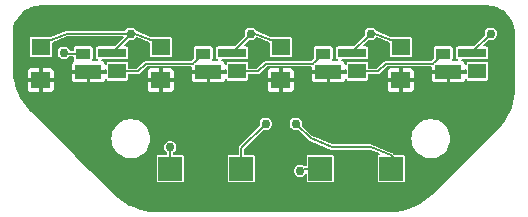
<source format=gtl>
G04 --- HEADER BEGIN --- *
G04 #@! TF.GenerationSoftware,LibrePCB,LibrePCB,1.1.0*
G04 #@! TF.CreationDate,2024-04-23T21:30:37*
G04 #@! TF.ProjectId,interfaceboard,7d1f5418-6340-4453-96b2-d8471fb3e645,version_1*
G04 #@! TF.Part,Single*
G04 #@! TF.SameCoordinates*
G04 #@! TF.FileFunction,Copper,L1,Top*
G04 #@! TF.FilePolarity,Positive*
%FSLAX66Y66*%
%MOMM*%
G01*
G75*
G04 --- HEADER END --- *
G04 --- APERTURE LIST BEGIN --- *
G04 #@! TA.AperFunction,SMDPad,CuDef*
%ADD10R,2.2X1.2*%
%ADD11R,1.5X1.3*%
%ADD12R,2.4X0.8*%
%ADD13R,1.3X0.9*%
%ADD14R,1.6X1.4*%
%ADD15R,2.0X2.0*%
G04 #@! TA.AperFunction,ViaPad*
%ADD16C,0.7564*%
G04 #@! TA.AperFunction,Conductor*
%ADD17C,0.1524*%
%ADD18C,0.01*%
G04 #@! TD*
G04 --- APERTURE LIST END --- *
G04 --- BOARD BEGIN --- *
D10*
G04 #@! TO.N,VCC*
G04 #@! TO.C,D1*
G04 #@! TO.P,D1,2,VDD*
X23080000Y51370000D03*
D11*
G04 #@! TO.N,N$2*
G04 #@! TO.P,D1,3,DOUT*
X25530000Y51420000D03*
D12*
G04 #@! TO.N,GND*
G04 #@! TO.P,D1,4,GND*
X25080000Y52970000D03*
D13*
G04 #@! TO.N,LED*
G04 #@! TO.P,D1,1,DIN*
X22630000Y52920000D03*
D10*
G04 #@! TO.N,VCC*
G04 #@! TO.C,D3*
G04 #@! TO.P,D3,2,VDD*
X43400000Y51370000D03*
D11*
G04 #@! TO.N,N$4*
G04 #@! TO.P,D3,3,DOUT*
X45850000Y51420000D03*
D12*
G04 #@! TO.N,GND*
G04 #@! TO.P,D3,4,GND*
X45400000Y52970000D03*
D13*
G04 #@! TO.N,N$3*
G04 #@! TO.P,D3,1,DIN*
X42950000Y52920000D03*
D10*
G04 #@! TO.N,VCC*
G04 #@! TO.C,D2*
G04 #@! TO.P,D2,2,VDD*
X33240000Y51370000D03*
D11*
G04 #@! TO.N,N$3*
G04 #@! TO.P,D2,3,DOUT*
X35690000Y51420000D03*
D12*
G04 #@! TO.N,GND*
G04 #@! TO.P,D2,4,GND*
X35240000Y52970000D03*
D13*
G04 #@! TO.N,N$2*
G04 #@! TO.P,D2,1,DIN*
X32790000Y52920000D03*
D14*
G04 #@! TO.N,VCC*
G04 #@! TO.C,C1*
G04 #@! TO.P,C1,A,+*
X19050000Y50670000D03*
G04 #@! TO.N,GND*
G04 #@! TO.P,C1,C,-*
X19050000Y53470000D03*
D10*
G04 #@! TO.N,VCC*
G04 #@! TO.C,D4*
G04 #@! TO.P,D4,2,VDD*
X53560000Y51370000D03*
D11*
G04 #@! TO.N,N/C*
G04 #@! TO.P,D4,3,DOUT*
X56010000Y51420000D03*
D12*
G04 #@! TO.N,GND*
G04 #@! TO.P,D4,4,GND*
X55560000Y52970000D03*
D13*
G04 #@! TO.N,N$4*
G04 #@! TO.P,D4,1,DIN*
X53110000Y52920000D03*
D15*
G04 #@! TO.N,RST*
G04 #@! TO.C,SW1*
G04 #@! TO.P,SW1,1,1*
X36020000Y43180000D03*
G04 #@! TO.N,GND*
G04 #@! TO.P,SW1,2,2*
X30020000Y43180000D03*
D14*
G04 #@! TO.N,VCC*
G04 #@! TO.C,C4*
G04 #@! TO.P,C4,A,+*
X49530000Y50670000D03*
G04 #@! TO.N,GND*
G04 #@! TO.P,C4,C,-*
X49530000Y53470000D03*
G04 #@! TO.N,VCC*
G04 #@! TO.C,C3*
G04 #@! TO.P,C3,A,+*
X39370000Y50670000D03*
G04 #@! TO.N,GND*
G04 #@! TO.P,C3,C,-*
X39370000Y53470000D03*
G04 #@! TO.N,VCC*
G04 #@! TO.C,C2*
G04 #@! TO.P,C2,A,+*
X29210000Y50670000D03*
G04 #@! TO.N,GND*
G04 #@! TO.P,C2,C,-*
X29210000Y53470000D03*
D15*
G04 #@! TO.N,BTN*
G04 #@! TO.C,SW2*
G04 #@! TO.P,SW2,1,1*
X48720000Y43180000D03*
G04 #@! TO.N,GND*
G04 #@! TO.P,SW2,2,2*
X42720000Y43180000D03*
D16*
G04 #@! TD.C*
G04 #@! TD.P*
X57150000Y54610000D03*
D17*
X57150000Y54610000D02*
X55595356Y53055356D01*
X55595356Y53055356D02*
X55560000Y52970000D01*
D16*
X26670000Y54610000D03*
D17*
X25080000Y52970000D02*
X26634644Y54524644D01*
X28813950Y53866050D02*
X29210000Y53470000D01*
X21242103Y54610000D02*
X26670000Y54610000D01*
X19050000Y53470000D02*
X19446050Y53866050D01*
X26634644Y54524644D02*
X26670000Y54610000D01*
X19446050Y53866050D02*
X21242103Y54610000D01*
X26670000Y54610000D02*
X27017897Y54610000D01*
X27017897Y54610000D02*
X28813950Y53866050D01*
G04 #@! TO.N,N$4*
X47610000Y51420000D02*
X48260000Y52070000D01*
X48260000Y52070000D02*
X52236713Y52070000D01*
X45850000Y51420000D02*
X47610000Y51420000D01*
X52388600Y52198600D02*
X53110000Y52920000D01*
X52365313Y52198600D02*
X52388600Y52198600D01*
X52236713Y52070000D02*
X52365313Y52198600D01*
G04 #@! TO.N,N$2*
X27940000Y52070000D02*
X31916713Y52070000D01*
X27290000Y51420000D02*
X27940000Y52070000D01*
X32068600Y52198600D02*
X32790000Y52920000D01*
X32045313Y52198600D02*
X32068600Y52198600D01*
X31916713Y52070000D02*
X32045313Y52198600D01*
X25530000Y51420000D02*
X27290000Y51420000D01*
D16*
G04 #@! TO.N,BTN*
X40640000Y46990000D03*
D17*
X49000000Y44000000D02*
X49000000Y43855981D01*
X47000000Y45000000D02*
X48707106Y44292894D01*
X41886050Y45743950D02*
X43682103Y45000000D01*
X49000000Y43855981D02*
X48720000Y43180000D01*
X48707106Y44292894D02*
X49000000Y44000000D01*
X43682103Y45000000D02*
X47000000Y45000000D01*
X40640000Y46990000D02*
X41886050Y45743950D01*
D16*
G04 #@! TO.N,GND*
X46990000Y54610000D03*
D17*
X46990000Y54610000D02*
X45435356Y53055356D01*
X46990000Y54610000D02*
X47337897Y54610000D01*
X47337897Y54610000D02*
X49133950Y53866050D01*
X45435356Y53055356D02*
X45400000Y52970000D01*
X49133950Y53866050D02*
X49530000Y53470000D01*
D16*
G04 #@! TO.N,LED*
X21000000Y53000000D03*
D17*
X22630000Y52920000D02*
X21080000Y52920000D01*
X21080000Y52920000D02*
X21000000Y53000000D01*
D16*
G04 #@! TO.N,VCC*
X41910000Y46990000D03*
G04 #@! TO.N,RST*
X38100000Y46990000D03*
D17*
X36020000Y44910000D02*
X36020000Y43180000D01*
X38100000Y46990000D02*
X36020000Y44910000D01*
G04 #@! TO.N,N$3*
X35690000Y51420000D02*
X37450000Y51420000D01*
X37450000Y51420000D02*
X38100000Y52070000D01*
X38100000Y52070000D02*
X42076713Y52070000D01*
X42228600Y52198600D02*
X42950000Y52920000D01*
X42076713Y52070000D02*
X42205313Y52198600D01*
X42205313Y52198600D02*
X42228600Y52198600D01*
D16*
G04 #@! TO.N,GND*
X30000000Y45000000D03*
D17*
X30000000Y43228284D02*
X30020000Y43180000D01*
X30000000Y45000000D02*
X30000000Y43228284D01*
D16*
X41000000Y43000000D03*
D17*
X41434559Y43180000D02*
X42720000Y43180000D01*
X41000000Y43000000D02*
X41434559Y43180000D01*
D16*
X36830000Y54610000D03*
D17*
X36830000Y54610000D02*
X37177897Y54610000D01*
X36794644Y54524644D02*
X35240000Y52970000D01*
X37177897Y54610000D02*
X38973950Y53866050D01*
X38973950Y53866050D02*
X39370000Y53470000D01*
X36830000Y54610000D02*
X36794644Y54524644D01*
D18*
G04 #@! TA.AperFunction,Conductor*
G04 #@! TO.N,VCC*
G36*
X16662400Y51606047D02*
X16662473Y51602723D01*
X16680846Y51181910D01*
X16681425Y51175288D01*
X16735754Y50762616D01*
X16736908Y50756069D01*
X16826998Y50349701D01*
X16828719Y50343280D01*
X16953881Y49946319D01*
X16956154Y49940073D01*
X17115445Y49555510D01*
X17118255Y49549485D01*
X17310438Y49180303D01*
X17313761Y49174546D01*
X17537411Y48823485D01*
X17541224Y48818040D01*
X17794608Y48487823D01*
X17798881Y48482731D01*
X18083454Y48172175D01*
X18085753Y48169773D01*
X18252992Y48002534D01*
X18252992Y49670000D01*
X18247046Y49670468D01*
X18163218Y49683745D01*
X18151952Y49687405D01*
X18079005Y49724574D01*
X18069425Y49731534D01*
X18011534Y49789425D01*
X18004574Y49799005D01*
X17967405Y49871952D01*
X17963745Y49883218D01*
X17950468Y49967046D01*
X17950000Y49972992D01*
X17950000Y50505960D01*
X17953099Y50514088D01*
X17964035Y50518986D01*
X17964035Y50820005D01*
X17955907Y50823104D01*
X17950000Y50836291D01*
X17950000Y51367008D01*
X17950468Y51372954D01*
X17963745Y51456782D01*
X17967405Y51468048D01*
X18004574Y51540995D01*
X18011534Y51550575D01*
X18069425Y51608466D01*
X18079005Y51615426D01*
X18151952Y51652595D01*
X18163218Y51656255D01*
X18247046Y51669532D01*
X18252992Y51670000D01*
X18885960Y51670000D01*
X18894088Y51666901D01*
X18899995Y51653714D01*
X18899995Y51370000D01*
X18250000Y51370000D01*
X18250000Y50820005D01*
X17964035Y50820005D01*
X17964035Y50518986D01*
X17966286Y50519995D01*
X18250000Y50519995D01*
X18250000Y49970000D01*
X18899995Y49970000D01*
X18899995Y49684035D01*
X18896896Y49675907D01*
X18883709Y49670000D01*
X18252992Y49670000D01*
X18252992Y48002534D01*
X19214040Y47041486D01*
X19214040Y49670000D01*
X19205912Y49673099D01*
X19200005Y49686286D01*
X19200005Y49970000D01*
X19850000Y49970000D01*
X19850000Y50519995D01*
X19850000Y50820005D01*
X19850000Y51370000D01*
X19200005Y51370000D01*
X19200005Y51655965D01*
X19203104Y51664093D01*
X19216291Y51670000D01*
X19847008Y51670000D01*
X19852954Y51669532D01*
X19936782Y51656255D01*
X19948048Y51652595D01*
X20020995Y51615426D01*
X20030575Y51608466D01*
X20088466Y51550575D01*
X20095426Y51540995D01*
X20132595Y51468048D01*
X20136255Y51456782D01*
X20149532Y51372954D01*
X20150000Y51367008D01*
X20150000Y50834040D01*
X20146901Y50825912D01*
X20133714Y50820005D01*
X19850000Y50820005D01*
X19850000Y50519995D01*
X20135965Y50519995D01*
X20144093Y50516896D01*
X20150000Y50503709D01*
X20150000Y49972992D01*
X20149532Y49967046D01*
X20136255Y49883218D01*
X20132595Y49871952D01*
X20095426Y49799005D01*
X20088466Y49789425D01*
X20030575Y49731534D01*
X20020995Y49724574D01*
X19948048Y49687405D01*
X19936782Y49683745D01*
X19852954Y49670468D01*
X19847008Y49670000D01*
X19214040Y49670000D01*
X19214040Y47041486D01*
X21982992Y44272534D01*
X21982992Y50470000D01*
X21977046Y50470468D01*
X21893218Y50483745D01*
X21881952Y50487405D01*
X21809005Y50524574D01*
X21799425Y50531534D01*
X21741534Y50589425D01*
X21734574Y50599005D01*
X21697405Y50671952D01*
X21693745Y50683218D01*
X21680468Y50767046D01*
X21680000Y50772992D01*
X21680000Y51205960D01*
X21683099Y51214088D01*
X21696286Y51219995D01*
X21980000Y51219995D01*
X21980000Y50770000D01*
X22929995Y50770000D01*
X22929995Y50484035D01*
X22926896Y50475907D01*
X22913709Y50470000D01*
X21982992Y50470000D01*
X21982992Y44272534D01*
X23244040Y43011486D01*
X23244040Y50470000D01*
X23235912Y50473099D01*
X23230005Y50486286D01*
X23230005Y50770000D01*
X24180000Y50770000D01*
X24180000Y51219995D01*
X24465965Y51219995D01*
X24474093Y51216896D01*
X24481860Y51199557D01*
X24520253Y51161165D01*
X24574460Y51158081D01*
X24616960Y51191870D01*
X24627600Y51230707D01*
X24627600Y51507422D01*
X24608256Y51558154D01*
X24560046Y51583129D01*
X24507446Y51569666D01*
X24480202Y51534570D01*
X24476901Y51525912D01*
X24463714Y51520005D01*
X24180000Y51520005D01*
X24180000Y51970000D01*
X21980000Y51970000D01*
X21980000Y51520005D01*
X21694035Y51520005D01*
X21685907Y51523104D01*
X21680000Y51536291D01*
X21680000Y51967008D01*
X21680468Y51972954D01*
X21693745Y52056782D01*
X21697405Y52068048D01*
X21734574Y52140995D01*
X21741534Y52150575D01*
X21799425Y52208466D01*
X21809008Y52215428D01*
X21856073Y52239409D01*
X21892495Y52279676D01*
X21892860Y52333970D01*
X21875361Y52361184D01*
X21868067Y52368478D01*
X21843370Y52405440D01*
X21837737Y52419038D01*
X21828330Y52466332D01*
X21827600Y52473741D01*
X21827600Y52615201D01*
X21808256Y52665933D01*
X21751401Y52691400D01*
X21463865Y52691400D01*
X21403412Y52661587D01*
X21378235Y52628775D01*
X21371228Y52621768D01*
X21269258Y52543524D01*
X21260691Y52538578D01*
X21141942Y52489391D01*
X21132378Y52486828D01*
X21004952Y52470052D01*
X20995048Y52470052D01*
X20867622Y52486828D01*
X20858058Y52489391D01*
X20739309Y52538578D01*
X20730742Y52543524D01*
X20628772Y52621768D01*
X20621768Y52628772D01*
X20543524Y52730742D01*
X20538578Y52739309D01*
X20489391Y52858058D01*
X20486828Y52867622D01*
X20470052Y52995048D01*
X20470052Y53004952D01*
X20486828Y53132378D01*
X20489391Y53141942D01*
X20538578Y53260691D01*
X20543524Y53269258D01*
X20621768Y53371228D01*
X20628772Y53378232D01*
X20730742Y53456476D01*
X20739309Y53461422D01*
X20858058Y53510609D01*
X20867622Y53513172D01*
X20995048Y53529948D01*
X21004952Y53529948D01*
X21132378Y53513172D01*
X21141942Y53510609D01*
X21260691Y53461422D01*
X21269258Y53456476D01*
X21371228Y53378232D01*
X21378232Y53371228D01*
X21456476Y53269258D01*
X21461422Y53260691D01*
X21488367Y53195639D01*
X21525653Y53156171D01*
X21558766Y53148600D01*
X21751401Y53148600D01*
X21802133Y53167944D01*
X21827600Y53224799D01*
X21827600Y53366259D01*
X21828330Y53373668D01*
X21837737Y53420962D01*
X21843370Y53434560D01*
X21868067Y53471522D01*
X21878478Y53481933D01*
X21915440Y53506630D01*
X21929038Y53512263D01*
X21976332Y53521670D01*
X21983741Y53522400D01*
X23276259Y53522400D01*
X23283668Y53521670D01*
X23330962Y53512263D01*
X23344560Y53506630D01*
X23381522Y53481933D01*
X23391933Y53471522D01*
X23416630Y53434560D01*
X23422263Y53420962D01*
X23431670Y53373668D01*
X23432400Y53366259D01*
X23432400Y52473741D01*
X23431670Y52466332D01*
X23422263Y52419038D01*
X23416632Y52405443D01*
X23405333Y52388534D01*
X23393231Y52335604D01*
X23419441Y52288054D01*
X23468690Y52270000D01*
X23848373Y52270000D01*
X23899105Y52289344D01*
X23924080Y52337554D01*
X23910617Y52390154D01*
X23863239Y52420934D01*
X23829038Y52427737D01*
X23815440Y52433370D01*
X23778478Y52458067D01*
X23768067Y52468478D01*
X23743370Y52505440D01*
X23737737Y52519038D01*
X23728330Y52566332D01*
X23727600Y52573741D01*
X23727600Y53366259D01*
X23728330Y53373668D01*
X23737737Y53420962D01*
X23743370Y53434560D01*
X23768067Y53471522D01*
X23778478Y53481933D01*
X23815440Y53506630D01*
X23829038Y53512263D01*
X23876332Y53521670D01*
X23883741Y53522400D01*
X25277548Y53522400D01*
X25331429Y53544718D01*
X26038031Y54251320D01*
X26060226Y54300872D01*
X26043796Y54352621D01*
X25984150Y54381400D01*
X21302731Y54381400D01*
X21273571Y54375600D01*
X20049439Y53868548D01*
X20009971Y53831262D01*
X20002400Y53798149D01*
X20002400Y52773741D01*
X20001670Y52766332D01*
X19992263Y52719038D01*
X19986630Y52705440D01*
X19961933Y52668478D01*
X19951522Y52658067D01*
X19914560Y52633370D01*
X19900962Y52627737D01*
X19853668Y52618330D01*
X19846259Y52617600D01*
X18253741Y52617600D01*
X18246332Y52618330D01*
X18199038Y52627737D01*
X18185440Y52633370D01*
X18148478Y52658067D01*
X18138067Y52668478D01*
X18113370Y52705440D01*
X18107737Y52719038D01*
X18098330Y52766332D01*
X18097600Y52773741D01*
X18097600Y54166259D01*
X18098330Y54173668D01*
X18107737Y54220962D01*
X18113370Y54234560D01*
X18138067Y54271522D01*
X18148478Y54281933D01*
X18185440Y54306630D01*
X18199038Y54312263D01*
X18246332Y54321670D01*
X18253741Y54322400D01*
X19846259Y54322400D01*
X19853671Y54321670D01*
X19895168Y54313416D01*
X19939193Y54317752D01*
X21147684Y54818325D01*
X21150168Y54818819D01*
X21159569Y54822183D01*
X21238434Y54837870D01*
X21245844Y54838600D01*
X26146057Y54838600D01*
X26210117Y54875584D01*
X26210487Y54875300D01*
X26211173Y54876194D01*
X26212046Y54876698D01*
X26213524Y54879258D01*
X26291768Y54981228D01*
X26298772Y54988232D01*
X26400742Y55066476D01*
X26409309Y55071422D01*
X26528058Y55120609D01*
X26537622Y55123172D01*
X26665048Y55139948D01*
X26674952Y55139948D01*
X26802378Y55123172D01*
X26811942Y55120609D01*
X26930691Y55071422D01*
X26939258Y55066476D01*
X27041228Y54988232D01*
X27048232Y54981228D01*
X27126476Y54879258D01*
X27131422Y54870691D01*
X27149484Y54827086D01*
X27190723Y54785847D01*
X28320807Y54317752D01*
X28364832Y54313416D01*
X28406329Y54321670D01*
X28413741Y54322400D01*
X30006259Y54322400D01*
X30013668Y54321670D01*
X30060962Y54312263D01*
X30074560Y54306630D01*
X30111522Y54281933D01*
X30121933Y54271522D01*
X30146630Y54234560D01*
X30152263Y54220962D01*
X30161670Y54173668D01*
X30162400Y54166259D01*
X30162400Y52773741D01*
X30161670Y52766332D01*
X30152263Y52719038D01*
X30146630Y52705440D01*
X30121933Y52668478D01*
X30111522Y52658067D01*
X30074560Y52633370D01*
X30060962Y52627737D01*
X30013668Y52618330D01*
X30006259Y52617600D01*
X28413741Y52617600D01*
X28406332Y52618330D01*
X28359038Y52627737D01*
X28345440Y52633370D01*
X28308478Y52658067D01*
X28298067Y52668478D01*
X28273370Y52705440D01*
X28267737Y52719038D01*
X28258330Y52766332D01*
X28257600Y52773741D01*
X28257600Y53798148D01*
X28238256Y53848880D01*
X28210561Y53868547D01*
X27167015Y54300799D01*
X27112742Y54302342D01*
X27077402Y54276787D01*
X27048232Y54238772D01*
X27041228Y54231768D01*
X26939258Y54153524D01*
X26930691Y54148578D01*
X26811942Y54099391D01*
X26802378Y54096828D01*
X26674952Y54080052D01*
X26665048Y54080052D01*
X26568246Y54092796D01*
X26504419Y54071130D01*
X26085769Y53652480D01*
X26063574Y53602928D01*
X26080004Y53551179D01*
X26139650Y53522400D01*
X26276259Y53522400D01*
X26283668Y53521670D01*
X26330962Y53512263D01*
X26344560Y53506630D01*
X26381522Y53481933D01*
X26391933Y53471522D01*
X26416630Y53434560D01*
X26422263Y53420962D01*
X26431670Y53373668D01*
X26432400Y53366259D01*
X26432400Y52573741D01*
X26431670Y52566332D01*
X26422263Y52519038D01*
X26416630Y52505440D01*
X26391933Y52468478D01*
X26381522Y52458067D01*
X26344560Y52433370D01*
X26330962Y52427737D01*
X26283668Y52418330D01*
X26276259Y52417600D01*
X24216291Y52417600D01*
X24165559Y52398256D01*
X24140584Y52350046D01*
X24154047Y52297446D01*
X24204371Y52266140D01*
X24266782Y52256255D01*
X24278048Y52252595D01*
X24350995Y52215426D01*
X24360575Y52208466D01*
X24418466Y52150575D01*
X24425426Y52140995D01*
X24462595Y52068048D01*
X24466255Y52056782D01*
X24476140Y51994371D01*
X24503182Y51947289D01*
X24554706Y51930164D01*
X24604551Y51951690D01*
X24627600Y52006291D01*
X24627600Y52066259D01*
X24628330Y52073668D01*
X24637737Y52120962D01*
X24643370Y52134560D01*
X24668067Y52171522D01*
X24678478Y52181933D01*
X24715440Y52206630D01*
X24729038Y52212263D01*
X24776332Y52221670D01*
X24783741Y52222400D01*
X26276259Y52222400D01*
X26283668Y52221670D01*
X26330962Y52212263D01*
X26344560Y52206630D01*
X26381522Y52181933D01*
X26391933Y52171522D01*
X26416630Y52134560D01*
X26422263Y52120962D01*
X26431670Y52073668D01*
X26432400Y52066259D01*
X26432400Y51724799D01*
X26451744Y51674067D01*
X26508599Y51648600D01*
X27163748Y51648600D01*
X27217629Y51670918D01*
X27776055Y52229344D01*
X27779422Y52230629D01*
X27784616Y52235828D01*
X27846277Y52277028D01*
X27859880Y52282663D01*
X27922598Y52295139D01*
X27936329Y52297870D01*
X27943741Y52298600D01*
X31790461Y52298600D01*
X31844342Y52320918D01*
X31881368Y52357944D01*
X31884735Y52359229D01*
X31889929Y52364428D01*
X31947604Y52402965D01*
X31959152Y52412441D01*
X31965282Y52418571D01*
X31987600Y52472452D01*
X31987600Y53366259D01*
X31988330Y53373668D01*
X31997737Y53420962D01*
X32003370Y53434560D01*
X32028067Y53471522D01*
X32038478Y53481933D01*
X32075440Y53506630D01*
X32089038Y53512263D01*
X32136332Y53521670D01*
X32143741Y53522400D01*
X33436259Y53522400D01*
X33443668Y53521670D01*
X33490962Y53512263D01*
X33504560Y53506630D01*
X33541522Y53481933D01*
X33551933Y53471522D01*
X33576630Y53434560D01*
X33582263Y53420962D01*
X33591670Y53373668D01*
X33592400Y53366259D01*
X33592400Y52473741D01*
X33591670Y52466332D01*
X33582263Y52419038D01*
X33576632Y52405443D01*
X33565333Y52388534D01*
X33553231Y52335604D01*
X33579441Y52288054D01*
X33628690Y52270000D01*
X34008373Y52270000D01*
X34059105Y52289344D01*
X34084080Y52337554D01*
X34070617Y52390154D01*
X34023239Y52420934D01*
X33989038Y52427737D01*
X33975440Y52433370D01*
X33938478Y52458067D01*
X33928067Y52468478D01*
X33903370Y52505440D01*
X33897737Y52519038D01*
X33888330Y52566332D01*
X33887600Y52573741D01*
X33887600Y53366259D01*
X33888330Y53373668D01*
X33897737Y53420962D01*
X33903370Y53434560D01*
X33928067Y53471522D01*
X33938478Y53481933D01*
X33975440Y53506630D01*
X33989038Y53512263D01*
X34036332Y53521670D01*
X34043741Y53522400D01*
X35437548Y53522400D01*
X35491429Y53544718D01*
X36311324Y54364613D01*
X36333519Y54414165D01*
X36327842Y54447653D01*
X36319391Y54468055D01*
X36316828Y54477622D01*
X36300052Y54605048D01*
X36300052Y54614952D01*
X36316828Y54742378D01*
X36319391Y54751942D01*
X36368578Y54870691D01*
X36373524Y54879258D01*
X36451768Y54981228D01*
X36458772Y54988232D01*
X36560742Y55066476D01*
X36569309Y55071422D01*
X36688058Y55120609D01*
X36697622Y55123172D01*
X36825048Y55139948D01*
X36834952Y55139948D01*
X36962378Y55123172D01*
X36971942Y55120609D01*
X37090691Y55071422D01*
X37099258Y55066476D01*
X37201228Y54988232D01*
X37208232Y54981228D01*
X37286476Y54879258D01*
X37291422Y54870691D01*
X37309484Y54827086D01*
X37350723Y54785847D01*
X38480807Y54317752D01*
X38524832Y54313416D01*
X38566329Y54321670D01*
X38573741Y54322400D01*
X40166259Y54322400D01*
X40173668Y54321670D01*
X40220962Y54312263D01*
X40234560Y54306630D01*
X40271522Y54281933D01*
X40281933Y54271522D01*
X40306630Y54234560D01*
X40312263Y54220962D01*
X40321670Y54173668D01*
X40322400Y54166259D01*
X40322400Y52773741D01*
X40321670Y52766332D01*
X40312263Y52719038D01*
X40306630Y52705440D01*
X40281933Y52668478D01*
X40271522Y52658067D01*
X40234560Y52633370D01*
X40220962Y52627737D01*
X40173668Y52618330D01*
X40166259Y52617600D01*
X38573741Y52617600D01*
X38566332Y52618330D01*
X38519038Y52627737D01*
X38505440Y52633370D01*
X38468478Y52658067D01*
X38458067Y52668478D01*
X38433370Y52705440D01*
X38427737Y52719038D01*
X38418330Y52766332D01*
X38417600Y52773741D01*
X38417600Y53798148D01*
X38398256Y53848880D01*
X38370561Y53868547D01*
X37327015Y54300799D01*
X37272742Y54302342D01*
X37237402Y54276787D01*
X37208232Y54238772D01*
X37201228Y54231768D01*
X37099258Y54153524D01*
X37090691Y54148578D01*
X36971942Y54099391D01*
X36962378Y54096828D01*
X36834952Y54080052D01*
X36825048Y54080052D01*
X36728246Y54092796D01*
X36664419Y54071130D01*
X36245769Y53652480D01*
X36223574Y53602928D01*
X36240004Y53551179D01*
X36299650Y53522400D01*
X36436259Y53522400D01*
X36443668Y53521670D01*
X36490962Y53512263D01*
X36504560Y53506630D01*
X36541522Y53481933D01*
X36551933Y53471522D01*
X36576630Y53434560D01*
X36582263Y53420962D01*
X36591670Y53373668D01*
X36592400Y53366259D01*
X36592400Y52573741D01*
X36591670Y52566332D01*
X36582263Y52519038D01*
X36576630Y52505440D01*
X36551933Y52468478D01*
X36541522Y52458067D01*
X36504560Y52433370D01*
X36490962Y52427737D01*
X36443668Y52418330D01*
X36436259Y52417600D01*
X34376291Y52417600D01*
X34325559Y52398256D01*
X34300584Y52350046D01*
X34314047Y52297446D01*
X34364371Y52266140D01*
X34426782Y52256255D01*
X34438048Y52252595D01*
X34510995Y52215426D01*
X34520575Y52208466D01*
X34578466Y52150575D01*
X34585426Y52140995D01*
X34622595Y52068048D01*
X34626255Y52056782D01*
X34636140Y51994371D01*
X34663182Y51947289D01*
X34714706Y51930164D01*
X34764551Y51951690D01*
X34787600Y52006291D01*
X34787600Y52066259D01*
X34788330Y52073668D01*
X34797737Y52120962D01*
X34803370Y52134560D01*
X34828067Y52171522D01*
X34838478Y52181933D01*
X34875440Y52206630D01*
X34889038Y52212263D01*
X34936332Y52221670D01*
X34943741Y52222400D01*
X36436259Y52222400D01*
X36443668Y52221670D01*
X36490962Y52212263D01*
X36504560Y52206630D01*
X36541522Y52181933D01*
X36551933Y52171522D01*
X36576630Y52134560D01*
X36582263Y52120962D01*
X36591670Y52073668D01*
X36592400Y52066259D01*
X36592400Y51724799D01*
X36611744Y51674067D01*
X36668599Y51648600D01*
X37323748Y51648600D01*
X37377629Y51670918D01*
X37936055Y52229344D01*
X37939422Y52230629D01*
X37944616Y52235828D01*
X38006277Y52277028D01*
X38019880Y52282663D01*
X38096331Y52297870D01*
X38103741Y52298600D01*
X41950461Y52298600D01*
X42004342Y52320918D01*
X42041368Y52357944D01*
X42044735Y52359229D01*
X42049929Y52364428D01*
X42107604Y52402965D01*
X42119152Y52412441D01*
X42125282Y52418571D01*
X42147600Y52472452D01*
X42147600Y53366259D01*
X42148330Y53373668D01*
X42157737Y53420962D01*
X42163370Y53434560D01*
X42188067Y53471522D01*
X42198478Y53481933D01*
X42235440Y53506630D01*
X42249038Y53512263D01*
X42296332Y53521670D01*
X42303741Y53522400D01*
X43596259Y53522400D01*
X43603668Y53521670D01*
X43650962Y53512263D01*
X43664560Y53506630D01*
X43701522Y53481933D01*
X43711933Y53471522D01*
X43736630Y53434560D01*
X43742263Y53420962D01*
X43751670Y53373668D01*
X43752400Y53366259D01*
X43752400Y52473741D01*
X43751670Y52466332D01*
X43742263Y52419038D01*
X43736632Y52405443D01*
X43725333Y52388534D01*
X43713231Y52335604D01*
X43739441Y52288054D01*
X43788690Y52270000D01*
X44168373Y52270000D01*
X44219105Y52289344D01*
X44244080Y52337554D01*
X44230617Y52390154D01*
X44183239Y52420934D01*
X44149038Y52427737D01*
X44135440Y52433370D01*
X44098478Y52458067D01*
X44088067Y52468478D01*
X44063370Y52505440D01*
X44057737Y52519038D01*
X44048330Y52566332D01*
X44047600Y52573741D01*
X44047600Y53366259D01*
X44048330Y53373668D01*
X44057737Y53420962D01*
X44063370Y53434560D01*
X44088067Y53471522D01*
X44098478Y53481933D01*
X44135440Y53506630D01*
X44149038Y53512263D01*
X44196332Y53521670D01*
X44203741Y53522400D01*
X45547548Y53522400D01*
X45601429Y53544718D01*
X46457873Y54401162D01*
X46477014Y54472610D01*
X46477480Y54472671D01*
X46477332Y54473796D01*
X46477593Y54474770D01*
X46476828Y54477625D01*
X46460052Y54605048D01*
X46460052Y54614952D01*
X46476828Y54742378D01*
X46479391Y54751942D01*
X46528578Y54870691D01*
X46533524Y54879258D01*
X46611768Y54981228D01*
X46618772Y54988232D01*
X46720742Y55066476D01*
X46729309Y55071422D01*
X46848058Y55120609D01*
X46857622Y55123172D01*
X46985048Y55139948D01*
X46994952Y55139948D01*
X47122378Y55123172D01*
X47131942Y55120609D01*
X47250691Y55071422D01*
X47259258Y55066476D01*
X47361228Y54988232D01*
X47368232Y54981228D01*
X47446476Y54879258D01*
X47451422Y54870691D01*
X47469484Y54827086D01*
X47510723Y54785847D01*
X48640807Y54317752D01*
X48684832Y54313416D01*
X48726329Y54321670D01*
X48733741Y54322400D01*
X50326259Y54322400D01*
X50333668Y54321670D01*
X50380962Y54312263D01*
X50394560Y54306630D01*
X50431522Y54281933D01*
X50441933Y54271522D01*
X50466630Y54234560D01*
X50472263Y54220962D01*
X50481670Y54173668D01*
X50482400Y54166259D01*
X50482400Y52773741D01*
X50481670Y52766332D01*
X50472263Y52719038D01*
X50466630Y52705440D01*
X50441933Y52668478D01*
X50431522Y52658067D01*
X50394560Y52633370D01*
X50380962Y52627737D01*
X50333668Y52618330D01*
X50326259Y52617600D01*
X48733741Y52617600D01*
X48726332Y52618330D01*
X48679038Y52627737D01*
X48665440Y52633370D01*
X48628478Y52658067D01*
X48618067Y52668478D01*
X48593370Y52705440D01*
X48587737Y52719038D01*
X48578330Y52766332D01*
X48577600Y52773741D01*
X48577600Y53798148D01*
X48558256Y53848880D01*
X48530561Y53868547D01*
X47487015Y54300799D01*
X47432742Y54302342D01*
X47397402Y54276787D01*
X47368232Y54238772D01*
X47361228Y54231768D01*
X47259258Y54153524D01*
X47250691Y54148578D01*
X47131942Y54099391D01*
X47122378Y54096828D01*
X46994952Y54080052D01*
X46985048Y54080052D01*
X46857625Y54096828D01*
X46854770Y54097593D01*
X46853796Y54097332D01*
X46852671Y54097480D01*
X46852610Y54097014D01*
X46781162Y54077873D01*
X46355769Y53652480D01*
X46333574Y53602928D01*
X46350004Y53551179D01*
X46409650Y53522400D01*
X46596259Y53522400D01*
X46603668Y53521670D01*
X46650962Y53512263D01*
X46664560Y53506630D01*
X46701522Y53481933D01*
X46711933Y53471522D01*
X46736630Y53434560D01*
X46742263Y53420962D01*
X46751670Y53373668D01*
X46752400Y53366259D01*
X46752400Y52573741D01*
X46751670Y52566332D01*
X46742263Y52519038D01*
X46736630Y52505440D01*
X46711933Y52468478D01*
X46701522Y52458067D01*
X46664560Y52433370D01*
X46650962Y52427737D01*
X46603668Y52418330D01*
X46596259Y52417600D01*
X44536291Y52417600D01*
X44485559Y52398256D01*
X44460584Y52350046D01*
X44474047Y52297446D01*
X44524371Y52266140D01*
X44586782Y52256255D01*
X44598048Y52252595D01*
X44670995Y52215426D01*
X44680575Y52208466D01*
X44738466Y52150575D01*
X44745426Y52140995D01*
X44782595Y52068048D01*
X44786255Y52056782D01*
X44796140Y51994371D01*
X44823182Y51947289D01*
X44874706Y51930164D01*
X44924551Y51951690D01*
X44947600Y52006291D01*
X44947600Y52066259D01*
X44948330Y52073668D01*
X44957737Y52120962D01*
X44963370Y52134560D01*
X44988067Y52171522D01*
X44998478Y52181933D01*
X45035440Y52206630D01*
X45049038Y52212263D01*
X45096332Y52221670D01*
X45103741Y52222400D01*
X46596259Y52222400D01*
X46603668Y52221670D01*
X46650962Y52212263D01*
X46664560Y52206630D01*
X46701522Y52181933D01*
X46711933Y52171522D01*
X46736630Y52134560D01*
X46742263Y52120962D01*
X46751670Y52073668D01*
X46752400Y52066259D01*
X46752400Y51724799D01*
X46771744Y51674067D01*
X46828599Y51648600D01*
X47483748Y51648600D01*
X47537629Y51670918D01*
X48096055Y52229344D01*
X48099422Y52230629D01*
X48104616Y52235828D01*
X48166277Y52277028D01*
X48179880Y52282663D01*
X48242598Y52295139D01*
X48256329Y52297870D01*
X48263741Y52298600D01*
X52110461Y52298600D01*
X52164342Y52320918D01*
X52201368Y52357944D01*
X52204735Y52359229D01*
X52209929Y52364428D01*
X52267604Y52402965D01*
X52279152Y52412441D01*
X52285282Y52418571D01*
X52307600Y52472452D01*
X52307600Y53366259D01*
X52308330Y53373668D01*
X52317737Y53420962D01*
X52323370Y53434560D01*
X52348067Y53471522D01*
X52358478Y53481933D01*
X52395440Y53506630D01*
X52409038Y53512263D01*
X52456332Y53521670D01*
X52463741Y53522400D01*
X53756259Y53522400D01*
X53763668Y53521670D01*
X53810962Y53512263D01*
X53824560Y53506630D01*
X53861522Y53481933D01*
X53871933Y53471522D01*
X53896630Y53434560D01*
X53902263Y53420962D01*
X53911670Y53373668D01*
X53912400Y53366259D01*
X53912400Y52473741D01*
X53911670Y52466332D01*
X53902263Y52419038D01*
X53896632Y52405443D01*
X53885333Y52388534D01*
X53873231Y52335604D01*
X53899441Y52288054D01*
X53948690Y52270000D01*
X54328373Y52270000D01*
X54379105Y52289344D01*
X54404080Y52337554D01*
X54390617Y52390154D01*
X54343239Y52420934D01*
X54309038Y52427737D01*
X54295440Y52433370D01*
X54258478Y52458067D01*
X54248067Y52468478D01*
X54223370Y52505440D01*
X54217737Y52519038D01*
X54208330Y52566332D01*
X54207600Y52573741D01*
X54207600Y53366259D01*
X54208330Y53373668D01*
X54217737Y53420962D01*
X54223370Y53434560D01*
X54248067Y53471522D01*
X54258478Y53481933D01*
X54295440Y53506630D01*
X54309038Y53512263D01*
X54356332Y53521670D01*
X54363741Y53522400D01*
X55707548Y53522400D01*
X55761429Y53544718D01*
X56617873Y54401162D01*
X56637014Y54472610D01*
X56637480Y54472671D01*
X56637332Y54473796D01*
X56637593Y54474770D01*
X56636828Y54477625D01*
X56620052Y54605048D01*
X56620052Y54614952D01*
X56636828Y54742378D01*
X56639391Y54751942D01*
X56688578Y54870691D01*
X56693524Y54879258D01*
X56771768Y54981228D01*
X56778772Y54988232D01*
X56880742Y55066476D01*
X56889309Y55071422D01*
X57008058Y55120609D01*
X57017622Y55123172D01*
X57145048Y55139948D01*
X57154952Y55139948D01*
X57282378Y55123172D01*
X57291942Y55120609D01*
X57410691Y55071422D01*
X57419258Y55066476D01*
X57521228Y54988232D01*
X57528232Y54981228D01*
X57606476Y54879258D01*
X57611422Y54870691D01*
X57660609Y54751942D01*
X57663172Y54742378D01*
X57679948Y54614952D01*
X57679948Y54605048D01*
X57663172Y54477622D01*
X57660609Y54468058D01*
X57611422Y54349309D01*
X57606476Y54340742D01*
X57528232Y54238772D01*
X57521228Y54231768D01*
X57419258Y54153524D01*
X57410691Y54148578D01*
X57291942Y54099391D01*
X57282378Y54096828D01*
X57154952Y54080052D01*
X57145048Y54080052D01*
X57017625Y54096828D01*
X57014770Y54097593D01*
X57013796Y54097332D01*
X57012671Y54097480D01*
X57012610Y54097014D01*
X56941162Y54077873D01*
X56515769Y53652480D01*
X56493574Y53602928D01*
X56510004Y53551179D01*
X56569650Y53522400D01*
X56756259Y53522400D01*
X56763668Y53521670D01*
X56810962Y53512263D01*
X56824560Y53506630D01*
X56861522Y53481933D01*
X56871933Y53471522D01*
X56896630Y53434560D01*
X56902263Y53420962D01*
X56911670Y53373668D01*
X56912400Y53366259D01*
X56912400Y52573741D01*
X56911670Y52566332D01*
X56902263Y52519038D01*
X56896630Y52505440D01*
X56871933Y52468478D01*
X56861522Y52458067D01*
X56824560Y52433370D01*
X56810962Y52427737D01*
X56763668Y52418330D01*
X56756259Y52417600D01*
X54696291Y52417600D01*
X54645559Y52398256D01*
X54620584Y52350046D01*
X54634047Y52297446D01*
X54684371Y52266140D01*
X54746782Y52256255D01*
X54758048Y52252595D01*
X54830995Y52215426D01*
X54840575Y52208466D01*
X54898466Y52150575D01*
X54905426Y52140995D01*
X54942595Y52068048D01*
X54946255Y52056782D01*
X54956140Y51994371D01*
X54983182Y51947289D01*
X55034706Y51930164D01*
X55084551Y51951690D01*
X55107600Y52006291D01*
X55107600Y52066259D01*
X55108330Y52073668D01*
X55117737Y52120962D01*
X55123370Y52134560D01*
X55148067Y52171522D01*
X55158478Y52181933D01*
X55195440Y52206630D01*
X55209038Y52212263D01*
X55256332Y52221670D01*
X55263741Y52222400D01*
X56756259Y52222400D01*
X56763668Y52221670D01*
X56810962Y52212263D01*
X56824560Y52206630D01*
X56861522Y52181933D01*
X56871933Y52171522D01*
X56896630Y52134560D01*
X56902263Y52120962D01*
X56911670Y52073668D01*
X56912400Y52066259D01*
X56912400Y50773741D01*
X56911670Y50766332D01*
X56902263Y50719038D01*
X56896630Y50705440D01*
X56871933Y50668478D01*
X56861522Y50658067D01*
X56824560Y50633370D01*
X56810962Y50627737D01*
X56763668Y50618330D01*
X56756259Y50617600D01*
X55263741Y50617600D01*
X55256332Y50618330D01*
X55209038Y50627737D01*
X55195440Y50633370D01*
X55158478Y50658067D01*
X55148067Y50668478D01*
X55123370Y50705440D01*
X55117737Y50719038D01*
X55108674Y50764600D01*
X55079804Y50810584D01*
X55027648Y50825673D01*
X54978686Y50802206D01*
X54958678Y50761654D01*
X54946255Y50683218D01*
X54942595Y50671952D01*
X54905426Y50599005D01*
X54898466Y50589425D01*
X54840575Y50531534D01*
X54830995Y50524574D01*
X54758048Y50487405D01*
X54746782Y50483745D01*
X54662954Y50470468D01*
X54657008Y50470000D01*
X53724040Y50470000D01*
X53715912Y50473099D01*
X53710005Y50486286D01*
X53710005Y50770000D01*
X54660000Y50770000D01*
X54660000Y51219995D01*
X54945965Y51219995D01*
X54954093Y51216896D01*
X54961860Y51199557D01*
X55000253Y51161165D01*
X55054460Y51158081D01*
X55096960Y51191870D01*
X55107600Y51230707D01*
X55107600Y51507422D01*
X55088256Y51558154D01*
X55040046Y51583129D01*
X54987446Y51569666D01*
X54960202Y51534570D01*
X54956901Y51525912D01*
X54943714Y51520005D01*
X54660000Y51520005D01*
X54660000Y51970000D01*
X52460000Y51970000D01*
X52460000Y51520005D01*
X52174035Y51520005D01*
X52165907Y51523104D01*
X52160000Y51536291D01*
X52160000Y51765201D01*
X52140656Y51815933D01*
X52083801Y51841400D01*
X48386252Y51841400D01*
X48332371Y51819082D01*
X47772141Y51258852D01*
X47766684Y51256573D01*
X47763393Y51252841D01*
X47703723Y51212972D01*
X47690120Y51207337D01*
X47613669Y51192130D01*
X47606259Y51191400D01*
X46828599Y51191400D01*
X46777867Y51172056D01*
X46752400Y51115201D01*
X46752400Y50773741D01*
X46751670Y50766332D01*
X46742263Y50719038D01*
X46736630Y50705440D01*
X46711933Y50668478D01*
X46701522Y50658067D01*
X46664560Y50633370D01*
X46650962Y50627737D01*
X46603668Y50618330D01*
X46596259Y50617600D01*
X45103741Y50617600D01*
X45096332Y50618330D01*
X45049038Y50627737D01*
X45035440Y50633370D01*
X44998478Y50658067D01*
X44988067Y50668478D01*
X44963370Y50705440D01*
X44957737Y50719038D01*
X44948674Y50764600D01*
X44919804Y50810584D01*
X44867648Y50825673D01*
X44818686Y50802206D01*
X44798678Y50761654D01*
X44786255Y50683218D01*
X44782595Y50671952D01*
X44745426Y50599005D01*
X44738466Y50589425D01*
X44680575Y50531534D01*
X44670995Y50524574D01*
X44598048Y50487405D01*
X44586782Y50483745D01*
X44502954Y50470468D01*
X44497008Y50470000D01*
X43564040Y50470000D01*
X43555912Y50473099D01*
X43550005Y50486286D01*
X43550005Y50770000D01*
X44500000Y50770000D01*
X44500000Y51219995D01*
X44785965Y51219995D01*
X44794093Y51216896D01*
X44801860Y51199557D01*
X44840253Y51161165D01*
X44894460Y51158081D01*
X44936960Y51191870D01*
X44947600Y51230707D01*
X44947600Y51507422D01*
X44928256Y51558154D01*
X44880046Y51583129D01*
X44827446Y51569666D01*
X44800202Y51534570D01*
X44796901Y51525912D01*
X44783714Y51520005D01*
X44500000Y51520005D01*
X44500000Y51970000D01*
X42300000Y51970000D01*
X42300000Y51520005D01*
X42014035Y51520005D01*
X42005907Y51523104D01*
X42000000Y51536291D01*
X42000000Y51765201D01*
X41980656Y51815933D01*
X41923801Y51841400D01*
X38226252Y51841400D01*
X38172371Y51819082D01*
X37612141Y51258852D01*
X37606684Y51256573D01*
X37603393Y51252841D01*
X37543723Y51212972D01*
X37530120Y51207337D01*
X37453669Y51192130D01*
X37446259Y51191400D01*
X36668599Y51191400D01*
X36617867Y51172056D01*
X36592400Y51115201D01*
X36592400Y50773741D01*
X36591670Y50766332D01*
X36582263Y50719038D01*
X36576630Y50705440D01*
X36551933Y50668478D01*
X36541522Y50658067D01*
X36504560Y50633370D01*
X36490962Y50627737D01*
X36443668Y50618330D01*
X36436259Y50617600D01*
X34943741Y50617600D01*
X34936332Y50618330D01*
X34889038Y50627737D01*
X34875440Y50633370D01*
X34838478Y50658067D01*
X34828067Y50668478D01*
X34803370Y50705440D01*
X34797737Y50719038D01*
X34788674Y50764600D01*
X34759804Y50810584D01*
X34707648Y50825673D01*
X34658686Y50802206D01*
X34638678Y50761654D01*
X34626255Y50683218D01*
X34622595Y50671952D01*
X34585426Y50599005D01*
X34578466Y50589425D01*
X34520575Y50531534D01*
X34510995Y50524574D01*
X34438048Y50487405D01*
X34426782Y50483745D01*
X34342954Y50470468D01*
X34337008Y50470000D01*
X33404040Y50470000D01*
X33395912Y50473099D01*
X33390005Y50486286D01*
X33390005Y50770000D01*
X34340000Y50770000D01*
X34340000Y51219995D01*
X34625965Y51219995D01*
X34634093Y51216896D01*
X34641860Y51199557D01*
X34680253Y51161165D01*
X34734460Y51158081D01*
X34776960Y51191870D01*
X34787600Y51230707D01*
X34787600Y51507422D01*
X34768256Y51558154D01*
X34720046Y51583129D01*
X34667446Y51569666D01*
X34640202Y51534570D01*
X34636901Y51525912D01*
X34623714Y51520005D01*
X34340000Y51520005D01*
X34340000Y51970000D01*
X32140000Y51970000D01*
X32140000Y51520005D01*
X31854035Y51520005D01*
X31845907Y51523104D01*
X31840000Y51536291D01*
X31840000Y51765201D01*
X31820656Y51815933D01*
X31763801Y51841400D01*
X28066252Y51841400D01*
X28012371Y51819082D01*
X27452141Y51258852D01*
X27446684Y51256573D01*
X27443393Y51252841D01*
X27383723Y51212972D01*
X27370120Y51207337D01*
X27293669Y51192130D01*
X27286259Y51191400D01*
X26508599Y51191400D01*
X26457867Y51172056D01*
X26432400Y51115201D01*
X26432400Y50773741D01*
X26431670Y50766332D01*
X26422263Y50719038D01*
X26416630Y50705440D01*
X26391933Y50668478D01*
X26381522Y50658067D01*
X26344560Y50633370D01*
X26330962Y50627737D01*
X26283668Y50618330D01*
X26276259Y50617600D01*
X24783741Y50617600D01*
X24776332Y50618330D01*
X24729038Y50627737D01*
X24715440Y50633370D01*
X24678478Y50658067D01*
X24668067Y50668478D01*
X24643370Y50705440D01*
X24637737Y50719038D01*
X24628674Y50764600D01*
X24599804Y50810584D01*
X24547648Y50825673D01*
X24498686Y50802206D01*
X24478678Y50761654D01*
X24466255Y50683218D01*
X24462595Y50671952D01*
X24425426Y50599005D01*
X24418466Y50589425D01*
X24360575Y50531534D01*
X24350995Y50524574D01*
X24278048Y50487405D01*
X24266782Y50483745D01*
X24182954Y50470468D01*
X24177008Y50470000D01*
X23244040Y50470000D01*
X23244040Y43011486D01*
X25309773Y40945753D01*
X25312175Y40943454D01*
X25622731Y40658882D01*
X25627823Y40654609D01*
X25958035Y40401229D01*
X25963480Y40397416D01*
X26314552Y40173758D01*
X26320309Y40170435D01*
X26549367Y40051195D01*
X26549367Y44072220D01*
X26543697Y44072645D01*
X26305127Y44108604D01*
X26299581Y44109869D01*
X26069038Y44180983D01*
X26063740Y44183062D01*
X25846366Y44287744D01*
X25841446Y44290585D01*
X25642094Y44426501D01*
X25637663Y44430034D01*
X25460791Y44594148D01*
X25456929Y44598310D01*
X25306507Y44786933D01*
X25303291Y44791651D01*
X25182665Y45000580D01*
X25180198Y45005703D01*
X25092052Y45230297D01*
X25090379Y45235720D01*
X25036688Y45470953D01*
X25035843Y45476560D01*
X25017813Y45717158D01*
X25017813Y45722842D01*
X25035843Y45963440D01*
X25036688Y45969047D01*
X25090377Y46204276D01*
X25092052Y46209705D01*
X25180200Y46434301D01*
X25182664Y46439418D01*
X25303291Y46648349D01*
X25306507Y46653067D01*
X25456929Y46841690D01*
X25460791Y46845852D01*
X25637663Y47009966D01*
X25642094Y47013499D01*
X25841446Y47149415D01*
X25846366Y47152256D01*
X26063739Y47256938D01*
X26069037Y47259017D01*
X26299581Y47330131D01*
X26305127Y47331396D01*
X26543697Y47367355D01*
X26549367Y47367780D01*
X26790633Y47367780D01*
X26796303Y47367355D01*
X27034873Y47331396D01*
X27040419Y47330131D01*
X27270962Y47259017D01*
X27276260Y47256938D01*
X27493634Y47152256D01*
X27498554Y47149415D01*
X27697906Y47013499D01*
X27702337Y47009966D01*
X27879209Y46845852D01*
X27883071Y46841690D01*
X28033493Y46653067D01*
X28036709Y46648349D01*
X28157335Y46439420D01*
X28159802Y46434297D01*
X28247948Y46209703D01*
X28249621Y46204280D01*
X28303312Y45969047D01*
X28304157Y45963440D01*
X28322187Y45722842D01*
X28322187Y45717158D01*
X28304157Y45476560D01*
X28303312Y45470953D01*
X28249623Y45235724D01*
X28247948Y45230295D01*
X28159800Y45005699D01*
X28157336Y45000582D01*
X28036709Y44791651D01*
X28033493Y44786933D01*
X27883071Y44598310D01*
X27879209Y44594148D01*
X27702337Y44430034D01*
X27697906Y44426501D01*
X27498554Y44290585D01*
X27493634Y44287744D01*
X27276261Y44183062D01*
X27270963Y44180983D01*
X27040419Y44109869D01*
X27034873Y44108604D01*
X26796303Y44072645D01*
X26790633Y44072220D01*
X26549367Y44072220D01*
X26549367Y40051195D01*
X26689485Y39978255D01*
X26695510Y39975445D01*
X27080073Y39816154D01*
X27086319Y39813881D01*
X27483280Y39688719D01*
X27489701Y39686998D01*
X27896069Y39596908D01*
X27902616Y39595754D01*
X28315288Y39541426D01*
X28321910Y39540847D01*
X28412992Y39536870D01*
X28412992Y49670000D01*
X28407046Y49670468D01*
X28323218Y49683745D01*
X28311952Y49687405D01*
X28239005Y49724574D01*
X28229425Y49731534D01*
X28171534Y49789425D01*
X28164574Y49799005D01*
X28127405Y49871952D01*
X28123745Y49883218D01*
X28110468Y49967046D01*
X28110000Y49972992D01*
X28110000Y50505960D01*
X28113099Y50514088D01*
X28124035Y50518986D01*
X28124035Y50820005D01*
X28115907Y50823104D01*
X28110000Y50836291D01*
X28110000Y51367008D01*
X28110468Y51372954D01*
X28123745Y51456782D01*
X28127405Y51468048D01*
X28164574Y51540995D01*
X28171534Y51550575D01*
X28229425Y51608466D01*
X28239005Y51615426D01*
X28311952Y51652595D01*
X28323218Y51656255D01*
X28407046Y51669532D01*
X28412992Y51670000D01*
X29045960Y51670000D01*
X29054088Y51666901D01*
X29059995Y51653714D01*
X29059995Y51370000D01*
X28410000Y51370000D01*
X28410000Y50820005D01*
X28124035Y50820005D01*
X28124035Y50518986D01*
X28126286Y50519995D01*
X28410000Y50519995D01*
X28410000Y49970000D01*
X29059995Y49970000D01*
X29059995Y49684035D01*
X29056896Y49675907D01*
X29043709Y49670000D01*
X28412992Y49670000D01*
X28412992Y39536870D01*
X28742724Y39522473D01*
X28746048Y39522400D01*
X29023741Y39522400D01*
X29023741Y42027600D01*
X29016332Y42028330D01*
X28969038Y42037737D01*
X28955440Y42043370D01*
X28918478Y42068067D01*
X28908067Y42078478D01*
X28883370Y42115440D01*
X28877737Y42129038D01*
X28868330Y42176332D01*
X28867600Y42183741D01*
X28867600Y44176259D01*
X28868330Y44183668D01*
X28877737Y44230962D01*
X28883370Y44244560D01*
X28908067Y44281522D01*
X28918478Y44291933D01*
X28955440Y44316630D01*
X28969038Y44322263D01*
X29016332Y44331670D01*
X29023741Y44332400D01*
X29374040Y44332400D01*
X29374040Y49670000D01*
X29365912Y49673099D01*
X29360005Y49686286D01*
X29360005Y49970000D01*
X30010000Y49970000D01*
X30010000Y50519995D01*
X30010000Y50820005D01*
X30010000Y51370000D01*
X29360005Y51370000D01*
X29360005Y51655965D01*
X29363104Y51664093D01*
X29376291Y51670000D01*
X30007008Y51670000D01*
X30012954Y51669532D01*
X30096782Y51656255D01*
X30108048Y51652595D01*
X30180995Y51615426D01*
X30190575Y51608466D01*
X30248466Y51550575D01*
X30255426Y51540995D01*
X30292595Y51468048D01*
X30296255Y51456782D01*
X30309532Y51372954D01*
X30310000Y51367008D01*
X30310000Y50834040D01*
X30306901Y50825912D01*
X30293714Y50820005D01*
X30010000Y50820005D01*
X30010000Y50519995D01*
X30295965Y50519995D01*
X30304093Y50516896D01*
X30310000Y50503709D01*
X30310000Y49972992D01*
X30309532Y49967046D01*
X30296255Y49883218D01*
X30292595Y49871952D01*
X30255426Y49799005D01*
X30248466Y49789425D01*
X30190575Y49731534D01*
X30180995Y49724574D01*
X30108048Y49687405D01*
X30096782Y49683745D01*
X30012954Y49670468D01*
X30007008Y49670000D01*
X29374040Y49670000D01*
X29374040Y44332400D01*
X29695201Y44332400D01*
X29745933Y44351744D01*
X29771400Y44408599D01*
X29771400Y44476057D01*
X29734416Y44540117D01*
X29734700Y44540487D01*
X29733806Y44541173D01*
X29733302Y44542046D01*
X29730742Y44543524D01*
X29628772Y44621768D01*
X29621768Y44628772D01*
X29543524Y44730742D01*
X29538578Y44739309D01*
X29489391Y44858058D01*
X29486828Y44867622D01*
X29470052Y44995048D01*
X29470052Y45004952D01*
X29486828Y45132378D01*
X29489391Y45141942D01*
X29538578Y45260691D01*
X29543524Y45269258D01*
X29621768Y45371228D01*
X29628772Y45378232D01*
X29730742Y45456476D01*
X29739309Y45461422D01*
X29858058Y45510609D01*
X29867622Y45513172D01*
X29995048Y45529948D01*
X30004952Y45529948D01*
X30132378Y45513172D01*
X30141942Y45510609D01*
X30260691Y45461422D01*
X30269258Y45456476D01*
X30371228Y45378232D01*
X30378232Y45371228D01*
X30456476Y45269258D01*
X30461422Y45260691D01*
X30510609Y45141942D01*
X30513172Y45132378D01*
X30529948Y45004952D01*
X30529948Y44995048D01*
X30513172Y44867622D01*
X30510609Y44858058D01*
X30461422Y44739309D01*
X30456476Y44730742D01*
X30378232Y44628772D01*
X30371228Y44621768D01*
X30269258Y44543524D01*
X30266698Y44542046D01*
X30266194Y44541173D01*
X30265300Y44540487D01*
X30265584Y44540117D01*
X30228600Y44476057D01*
X30228600Y44408599D01*
X30247944Y44357867D01*
X30304799Y44332400D01*
X31016259Y44332400D01*
X31023668Y44331670D01*
X31070962Y44322263D01*
X31084560Y44316630D01*
X31121522Y44291933D01*
X31131933Y44281522D01*
X31156630Y44244560D01*
X31162263Y44230962D01*
X31171670Y44183668D01*
X31172400Y44176259D01*
X31172400Y42183741D01*
X31171670Y42176332D01*
X31162263Y42129038D01*
X31156630Y42115440D01*
X31131933Y42078478D01*
X31121522Y42068067D01*
X31084560Y42043370D01*
X31070962Y42037737D01*
X31023668Y42028330D01*
X31016259Y42027600D01*
X29023741Y42027600D01*
X29023741Y39522400D01*
X32142992Y39522400D01*
X32142992Y50470000D01*
X32137046Y50470468D01*
X32053218Y50483745D01*
X32041952Y50487405D01*
X31969005Y50524574D01*
X31959425Y50531534D01*
X31901534Y50589425D01*
X31894574Y50599005D01*
X31857405Y50671952D01*
X31853745Y50683218D01*
X31840468Y50767046D01*
X31840000Y50772992D01*
X31840000Y51205960D01*
X31843099Y51214088D01*
X31856286Y51219995D01*
X32140000Y51219995D01*
X32140000Y50770000D01*
X33089995Y50770000D01*
X33089995Y50484035D01*
X33086896Y50475907D01*
X33073709Y50470000D01*
X32142992Y50470000D01*
X32142992Y39522400D01*
X35023741Y39522400D01*
X35023741Y42027600D01*
X35016332Y42028330D01*
X34969038Y42037737D01*
X34955440Y42043370D01*
X34918478Y42068067D01*
X34908067Y42078478D01*
X34883370Y42115440D01*
X34877737Y42129038D01*
X34868330Y42176332D01*
X34867600Y42183741D01*
X34867600Y44176259D01*
X34868330Y44183668D01*
X34877737Y44230962D01*
X34883370Y44244560D01*
X34908067Y44281522D01*
X34918478Y44291933D01*
X34955440Y44316630D01*
X34969038Y44322263D01*
X35016332Y44331670D01*
X35023741Y44332400D01*
X35715201Y44332400D01*
X35765933Y44351744D01*
X35791400Y44408599D01*
X35791400Y44906750D01*
X35792871Y44910036D01*
X35792867Y44917380D01*
X35807337Y44990123D01*
X35812970Y45003721D01*
X35856273Y45068530D01*
X35861003Y45074293D01*
X37567872Y46781162D01*
X37587019Y46852610D01*
X37587480Y46852671D01*
X37587333Y46853785D01*
X37587595Y46854761D01*
X37586828Y46857625D01*
X37570052Y46985048D01*
X37570052Y46994952D01*
X37586828Y47122378D01*
X37589391Y47131942D01*
X37638578Y47250691D01*
X37643524Y47259258D01*
X37721768Y47361228D01*
X37728772Y47368232D01*
X37830742Y47446476D01*
X37839309Y47451422D01*
X37958058Y47500609D01*
X37967622Y47503172D01*
X38095048Y47519948D01*
X38104952Y47519948D01*
X38232378Y47503172D01*
X38241942Y47500609D01*
X38360691Y47451422D01*
X38369258Y47446476D01*
X38471228Y47368232D01*
X38478232Y47361228D01*
X38556476Y47259258D01*
X38561422Y47250691D01*
X38572992Y47222758D01*
X38572992Y49670000D01*
X38567046Y49670468D01*
X38483218Y49683745D01*
X38471952Y49687405D01*
X38399005Y49724574D01*
X38389425Y49731534D01*
X38331534Y49789425D01*
X38324574Y49799005D01*
X38287405Y49871952D01*
X38283745Y49883218D01*
X38270468Y49967046D01*
X38270000Y49972992D01*
X38270000Y50505960D01*
X38273099Y50514088D01*
X38284035Y50518986D01*
X38284035Y50820005D01*
X38275907Y50823104D01*
X38270000Y50836291D01*
X38270000Y51367008D01*
X38270468Y51372954D01*
X38283745Y51456782D01*
X38287405Y51468048D01*
X38324574Y51540995D01*
X38331534Y51550575D01*
X38389425Y51608466D01*
X38399005Y51615426D01*
X38471952Y51652595D01*
X38483218Y51656255D01*
X38567046Y51669532D01*
X38572992Y51670000D01*
X39205960Y51670000D01*
X39214088Y51666901D01*
X39219995Y51653714D01*
X39219995Y51370000D01*
X38570000Y51370000D01*
X38570000Y50820005D01*
X38284035Y50820005D01*
X38284035Y50518986D01*
X38286286Y50519995D01*
X38570000Y50519995D01*
X38570000Y49970000D01*
X39219995Y49970000D01*
X39219995Y49684035D01*
X39216896Y49675907D01*
X39203709Y49670000D01*
X38572992Y49670000D01*
X38572992Y47222758D01*
X38610609Y47131942D01*
X38613172Y47122378D01*
X38629948Y46994952D01*
X38629948Y46985048D01*
X38613172Y46857622D01*
X38610609Y46848058D01*
X38561422Y46729309D01*
X38556476Y46720742D01*
X38478232Y46618772D01*
X38471228Y46611768D01*
X38369258Y46533524D01*
X38360691Y46528578D01*
X38241942Y46479391D01*
X38232378Y46476828D01*
X38104952Y46460052D01*
X38095048Y46460052D01*
X37967625Y46476828D01*
X37964761Y46477595D01*
X37963785Y46477333D01*
X37962671Y46477480D01*
X37962610Y46477019D01*
X37891162Y46457872D01*
X36270918Y44837628D01*
X36248600Y44783747D01*
X36248600Y44408599D01*
X36267944Y44357867D01*
X36324799Y44332400D01*
X37016259Y44332400D01*
X37023668Y44331670D01*
X37070962Y44322263D01*
X37084560Y44316630D01*
X37121522Y44291933D01*
X37131933Y44281522D01*
X37156630Y44244560D01*
X37162263Y44230962D01*
X37171670Y44183668D01*
X37172400Y44176259D01*
X37172400Y42183741D01*
X37171670Y42176332D01*
X37162263Y42129038D01*
X37156630Y42115440D01*
X37131933Y42078478D01*
X37121522Y42068067D01*
X37084560Y42043370D01*
X37070962Y42037737D01*
X37023668Y42028330D01*
X37016259Y42027600D01*
X35023741Y42027600D01*
X35023741Y39522400D01*
X39534040Y39522400D01*
X39534040Y49670000D01*
X39525912Y49673099D01*
X39520005Y49686286D01*
X39520005Y49970000D01*
X40170000Y49970000D01*
X40170000Y50519995D01*
X40170000Y50820005D01*
X40170000Y51370000D01*
X39520005Y51370000D01*
X39520005Y51655965D01*
X39523104Y51664093D01*
X39536291Y51670000D01*
X40167008Y51670000D01*
X40172954Y51669532D01*
X40256782Y51656255D01*
X40268048Y51652595D01*
X40340995Y51615426D01*
X40350575Y51608466D01*
X40408466Y51550575D01*
X40415426Y51540995D01*
X40452595Y51468048D01*
X40456255Y51456782D01*
X40469532Y51372954D01*
X40470000Y51367008D01*
X40470000Y50834040D01*
X40466901Y50825912D01*
X40453714Y50820005D01*
X40170000Y50820005D01*
X40170000Y50519995D01*
X40455965Y50519995D01*
X40464093Y50516896D01*
X40470000Y50503709D01*
X40470000Y49972992D01*
X40469532Y49967046D01*
X40456255Y49883218D01*
X40452595Y49871952D01*
X40415426Y49799005D01*
X40408466Y49789425D01*
X40350575Y49731534D01*
X40340995Y49724574D01*
X40268048Y49687405D01*
X40256782Y49683745D01*
X40172954Y49670468D01*
X40167008Y49670000D01*
X39534040Y49670000D01*
X39534040Y39522400D01*
X41723741Y39522400D01*
X41723741Y42027600D01*
X41716332Y42028330D01*
X41669038Y42037737D01*
X41655440Y42043370D01*
X41618478Y42068067D01*
X41608067Y42078478D01*
X41583370Y42115440D01*
X41577737Y42129038D01*
X41568330Y42176332D01*
X41567600Y42183741D01*
X41567600Y42651086D01*
X41548256Y42701818D01*
X41500046Y42726793D01*
X41430948Y42697473D01*
X41378232Y42628772D01*
X41371228Y42621768D01*
X41269258Y42543524D01*
X41260691Y42538578D01*
X41141942Y42489391D01*
X41132378Y42486828D01*
X41004952Y42470052D01*
X40995048Y42470052D01*
X40867622Y42486828D01*
X40858058Y42489391D01*
X40739309Y42538578D01*
X40730742Y42543524D01*
X40628772Y42621768D01*
X40621768Y42628772D01*
X40543524Y42730742D01*
X40538578Y42739309D01*
X40489391Y42858058D01*
X40486828Y42867622D01*
X40470052Y42995048D01*
X40470052Y43004952D01*
X40486828Y43132378D01*
X40489391Y43141942D01*
X40538578Y43260691D01*
X40543524Y43269258D01*
X40621768Y43371228D01*
X40628772Y43378232D01*
X40730742Y43456476D01*
X40739309Y43461422D01*
X40858058Y43510609D01*
X40867622Y43513172D01*
X40995048Y43529948D01*
X41004952Y43529948D01*
X41132378Y43513172D01*
X41141942Y43510609D01*
X41260691Y43461422D01*
X41269258Y43456476D01*
X41325445Y43413362D01*
X41386697Y43399080D01*
X41430889Y43407870D01*
X41438300Y43408600D01*
X41491401Y43408600D01*
X41542133Y43427944D01*
X41567600Y43484799D01*
X41567600Y44176259D01*
X41568330Y44183668D01*
X41577737Y44230962D01*
X41583370Y44244560D01*
X41608067Y44281522D01*
X41618478Y44291933D01*
X41655440Y44316630D01*
X41669038Y44322263D01*
X41716332Y44331670D01*
X41723741Y44332400D01*
X43716259Y44332400D01*
X43723668Y44331670D01*
X43770962Y44322263D01*
X43784560Y44316630D01*
X43821522Y44291933D01*
X43831933Y44281522D01*
X43856630Y44244560D01*
X43862263Y44230962D01*
X43871670Y44183668D01*
X43872400Y44176259D01*
X43872400Y42183741D01*
X43871670Y42176332D01*
X43862263Y42129038D01*
X43856630Y42115440D01*
X43831933Y42078478D01*
X43821522Y42068067D01*
X43784560Y42043370D01*
X43770962Y42037737D01*
X43723668Y42028330D01*
X43716259Y42027600D01*
X41723741Y42027600D01*
X41723741Y39522400D01*
X47723741Y39522400D01*
X47723741Y42027600D01*
X47716332Y42028330D01*
X47669038Y42037737D01*
X47655440Y42043370D01*
X47618478Y42068067D01*
X47608067Y42078478D01*
X47583370Y42115440D01*
X47577737Y42129038D01*
X47568330Y42176332D01*
X47567600Y42183741D01*
X47567600Y44176259D01*
X47568330Y44183668D01*
X47577737Y44230962D01*
X47583370Y44244560D01*
X47608067Y44281522D01*
X47618478Y44291933D01*
X47655440Y44316630D01*
X47669041Y44322264D01*
X47672503Y44322953D01*
X47718486Y44351824D01*
X47733574Y44403980D01*
X47710106Y44452942D01*
X47686795Y44468086D01*
X46968531Y44765600D01*
X46939371Y44771400D01*
X43685844Y44771400D01*
X43678434Y44772130D01*
X43599569Y44787817D01*
X43590168Y44791181D01*
X43587684Y44791675D01*
X41802026Y45531319D01*
X41795456Y45534831D01*
X41727521Y45580223D01*
X41721758Y45584953D01*
X40848838Y46457873D01*
X40777390Y46477014D01*
X40777329Y46477480D01*
X40776204Y46477332D01*
X40775230Y46477593D01*
X40772375Y46476828D01*
X40644952Y46460052D01*
X40635048Y46460052D01*
X40507622Y46476828D01*
X40498058Y46479391D01*
X40379309Y46528578D01*
X40370742Y46533524D01*
X40268772Y46611768D01*
X40261768Y46618772D01*
X40183524Y46720742D01*
X40178578Y46729309D01*
X40129391Y46848058D01*
X40126828Y46857622D01*
X40110052Y46985048D01*
X40110052Y46994952D01*
X40126828Y47122378D01*
X40129391Y47131942D01*
X40178578Y47250691D01*
X40183524Y47259258D01*
X40261768Y47361228D01*
X40268772Y47368232D01*
X40370742Y47446476D01*
X40379309Y47451422D01*
X40498058Y47500609D01*
X40507622Y47503172D01*
X40635048Y47519948D01*
X40644952Y47519948D01*
X40772378Y47503172D01*
X40781942Y47500609D01*
X40900691Y47451422D01*
X40909258Y47446476D01*
X41011228Y47368232D01*
X41018232Y47361228D01*
X41096476Y47259258D01*
X41101422Y47250691D01*
X41150609Y47131942D01*
X41153172Y47122378D01*
X41169948Y46994952D01*
X41169948Y46985048D01*
X41153172Y46857625D01*
X41152407Y46854770D01*
X41152668Y46853796D01*
X41152520Y46852671D01*
X41152986Y46852610D01*
X41172127Y46781162D01*
X42004824Y45948465D01*
X42029545Y45931947D01*
X42302992Y45818681D01*
X42302992Y50470000D01*
X42297046Y50470468D01*
X42213218Y50483745D01*
X42201952Y50487405D01*
X42129005Y50524574D01*
X42119425Y50531534D01*
X42061534Y50589425D01*
X42054574Y50599005D01*
X42017405Y50671952D01*
X42013745Y50683218D01*
X42000468Y50767046D01*
X42000000Y50772992D01*
X42000000Y51205960D01*
X42003099Y51214088D01*
X42016286Y51219995D01*
X42300000Y51219995D01*
X42300000Y50770000D01*
X43249995Y50770000D01*
X43249995Y50484035D01*
X43246896Y50475907D01*
X43233709Y50470000D01*
X42302992Y50470000D01*
X42302992Y45818681D01*
X43713571Y45234400D01*
X43742731Y45228600D01*
X46996259Y45228600D01*
X47003669Y45227870D01*
X47083812Y45211929D01*
X47090937Y45209768D01*
X48732992Y44529606D01*
X48732992Y49670000D01*
X48727046Y49670468D01*
X48643218Y49683745D01*
X48631952Y49687405D01*
X48559005Y49724574D01*
X48549425Y49731534D01*
X48491534Y49789425D01*
X48484574Y49799005D01*
X48447405Y49871952D01*
X48443745Y49883218D01*
X48430468Y49967046D01*
X48430000Y49972992D01*
X48430000Y50505960D01*
X48433099Y50514088D01*
X48444035Y50518986D01*
X48444035Y50820005D01*
X48435907Y50823104D01*
X48430000Y50836291D01*
X48430000Y51367008D01*
X48430468Y51372954D01*
X48443745Y51456782D01*
X48447405Y51468048D01*
X48484574Y51540995D01*
X48491534Y51550575D01*
X48549425Y51608466D01*
X48559005Y51615426D01*
X48631952Y51652595D01*
X48643218Y51656255D01*
X48727046Y51669532D01*
X48732992Y51670000D01*
X49365960Y51670000D01*
X49374088Y51666901D01*
X49379995Y51653714D01*
X49379995Y51370000D01*
X48730000Y51370000D01*
X48730000Y50820005D01*
X48444035Y50820005D01*
X48444035Y50518986D01*
X48446286Y50519995D01*
X48730000Y50519995D01*
X48730000Y49970000D01*
X49379995Y49970000D01*
X49379995Y49684035D01*
X49376896Y49675907D01*
X49363709Y49670000D01*
X48732992Y49670000D01*
X48732992Y44529606D01*
X48790720Y44505695D01*
X48792461Y44503806D01*
X48800049Y44500445D01*
X48865642Y44456616D01*
X48871396Y44451893D01*
X48968571Y44354718D01*
X49022452Y44332400D01*
X49694040Y44332400D01*
X49694040Y49670000D01*
X49685912Y49673099D01*
X49680005Y49686286D01*
X49680005Y49970000D01*
X50330000Y49970000D01*
X50330000Y50519995D01*
X50330000Y50820005D01*
X50330000Y51370000D01*
X49680005Y51370000D01*
X49680005Y51655965D01*
X49683104Y51664093D01*
X49696291Y51670000D01*
X50327008Y51670000D01*
X50332954Y51669532D01*
X50416782Y51656255D01*
X50428048Y51652595D01*
X50500995Y51615426D01*
X50510575Y51608466D01*
X50568466Y51550575D01*
X50575426Y51540995D01*
X50612595Y51468048D01*
X50616255Y51456782D01*
X50629532Y51372954D01*
X50630000Y51367008D01*
X50630000Y50834040D01*
X50626901Y50825912D01*
X50613714Y50820005D01*
X50330000Y50820005D01*
X50330000Y50519995D01*
X50615965Y50519995D01*
X50624093Y50516896D01*
X50630000Y50503709D01*
X50630000Y49972992D01*
X50629532Y49967046D01*
X50616255Y49883218D01*
X50612595Y49871952D01*
X50575426Y49799005D01*
X50568466Y49789425D01*
X50510575Y49731534D01*
X50500995Y49724574D01*
X50428048Y49687405D01*
X50416782Y49683745D01*
X50332954Y49670468D01*
X50327008Y49670000D01*
X49694040Y49670000D01*
X49694040Y44332400D01*
X49716259Y44332400D01*
X49723668Y44331670D01*
X49770962Y44322263D01*
X49784560Y44316630D01*
X49821522Y44291933D01*
X49831933Y44281522D01*
X49856630Y44244560D01*
X49862263Y44230962D01*
X49871670Y44183668D01*
X49872400Y44176259D01*
X49872400Y42183741D01*
X49871670Y42176332D01*
X49862263Y42129038D01*
X49856630Y42115440D01*
X49831933Y42078478D01*
X49821522Y42068067D01*
X49784560Y42043370D01*
X49770962Y42037737D01*
X49723668Y42028330D01*
X49716259Y42027600D01*
X47723741Y42027600D01*
X47723741Y39522400D01*
X48723953Y39522400D01*
X48727277Y39522473D01*
X49148090Y39540846D01*
X49154712Y39541425D01*
X49567384Y39595754D01*
X49573931Y39596908D01*
X49980299Y39686998D01*
X49986720Y39688719D01*
X50383681Y39813881D01*
X50389927Y39816154D01*
X50774490Y39975445D01*
X50780515Y39978255D01*
X51149697Y40170438D01*
X51155454Y40173761D01*
X51506515Y40397411D01*
X51511960Y40401224D01*
X51842177Y40654608D01*
X51847269Y40658881D01*
X51949367Y40752436D01*
X51949367Y44072220D01*
X51943697Y44072645D01*
X51705127Y44108604D01*
X51699581Y44109869D01*
X51469038Y44180983D01*
X51463740Y44183062D01*
X51246366Y44287744D01*
X51241446Y44290585D01*
X51042094Y44426501D01*
X51037663Y44430034D01*
X50860791Y44594148D01*
X50856929Y44598310D01*
X50706507Y44786933D01*
X50703291Y44791651D01*
X50582665Y45000580D01*
X50580198Y45005703D01*
X50492052Y45230297D01*
X50490379Y45235720D01*
X50436688Y45470953D01*
X50435843Y45476560D01*
X50417813Y45717158D01*
X50417813Y45722842D01*
X50435843Y45963440D01*
X50436688Y45969047D01*
X50490377Y46204276D01*
X50492052Y46209705D01*
X50580200Y46434301D01*
X50582664Y46439418D01*
X50703291Y46648349D01*
X50706507Y46653067D01*
X50856929Y46841690D01*
X50860791Y46845852D01*
X51037663Y47009966D01*
X51042094Y47013499D01*
X51241446Y47149415D01*
X51246366Y47152256D01*
X51463739Y47256938D01*
X51469037Y47259017D01*
X51699581Y47330131D01*
X51705127Y47331396D01*
X51943697Y47367355D01*
X51949367Y47367780D01*
X52190633Y47367780D01*
X52196303Y47367355D01*
X52434873Y47331396D01*
X52440419Y47330131D01*
X52462992Y47323168D01*
X52462992Y50470000D01*
X52457046Y50470468D01*
X52373218Y50483745D01*
X52361952Y50487405D01*
X52289005Y50524574D01*
X52279425Y50531534D01*
X52221534Y50589425D01*
X52214574Y50599005D01*
X52177405Y50671952D01*
X52173745Y50683218D01*
X52160468Y50767046D01*
X52160000Y50772992D01*
X52160000Y51205960D01*
X52163099Y51214088D01*
X52176286Y51219995D01*
X52460000Y51219995D01*
X52460000Y50770000D01*
X53409995Y50770000D01*
X53409995Y50484035D01*
X53406896Y50475907D01*
X53393709Y50470000D01*
X52462992Y50470000D01*
X52462992Y47323168D01*
X52670962Y47259017D01*
X52676260Y47256938D01*
X52893634Y47152256D01*
X52898554Y47149415D01*
X53097906Y47013499D01*
X53102337Y47009966D01*
X53279209Y46845852D01*
X53283071Y46841690D01*
X53433493Y46653067D01*
X53436709Y46648349D01*
X53557335Y46439420D01*
X53559802Y46434297D01*
X53647948Y46209703D01*
X53649621Y46204280D01*
X53703312Y45969047D01*
X53704157Y45963440D01*
X53722187Y45722842D01*
X53722187Y45717158D01*
X53704157Y45476560D01*
X53703312Y45470953D01*
X53649623Y45235724D01*
X53647948Y45230295D01*
X53559800Y45005699D01*
X53557336Y45000582D01*
X53436709Y44791651D01*
X53433493Y44786933D01*
X53283071Y44598310D01*
X53279209Y44594148D01*
X53102337Y44430034D01*
X53097906Y44426501D01*
X52898554Y44290585D01*
X52893634Y44287744D01*
X52676261Y44183062D01*
X52670963Y44180983D01*
X52440419Y44109869D01*
X52434873Y44108604D01*
X52196303Y44072645D01*
X52190633Y44072220D01*
X51949367Y44072220D01*
X51949367Y40752436D01*
X52157825Y40943454D01*
X52160227Y40945753D01*
X57784247Y46569773D01*
X57786546Y46572175D01*
X58071118Y46882731D01*
X58075391Y46887823D01*
X58328771Y47218035D01*
X58332584Y47223480D01*
X58556242Y47574552D01*
X58559565Y47580309D01*
X58751745Y47949485D01*
X58754555Y47955510D01*
X58913846Y48340073D01*
X58916119Y48346319D01*
X59041281Y48743280D01*
X59043002Y48749701D01*
X59133092Y49156069D01*
X59134246Y49162616D01*
X59188574Y49575288D01*
X59189153Y49581910D01*
X59207527Y50002724D01*
X59207600Y50006048D01*
X59207600Y54633091D01*
X59207461Y54637692D01*
X59190485Y54918335D01*
X59189376Y54927469D01*
X59139943Y55197220D01*
X59137741Y55206155D01*
X59056154Y55467975D01*
X59052891Y55476578D01*
X58940342Y55726651D01*
X58936066Y55734799D01*
X58794195Y55969483D01*
X58788968Y55977055D01*
X58619838Y56192934D01*
X58613736Y56199822D01*
X58419822Y56393736D01*
X58412934Y56399838D01*
X58197055Y56568968D01*
X58189483Y56574195D01*
X57954799Y56716066D01*
X57946651Y56720342D01*
X57696578Y56832891D01*
X57687975Y56836154D01*
X57426155Y56917741D01*
X57417220Y56919943D01*
X57147469Y56969376D01*
X57138335Y56970485D01*
X56857692Y56987461D01*
X56853091Y56987600D01*
X19016909Y56987600D01*
X19012308Y56987461D01*
X18731665Y56970485D01*
X18722531Y56969376D01*
X18452780Y56919943D01*
X18443845Y56917741D01*
X18182025Y56836154D01*
X18173422Y56832891D01*
X17923349Y56720342D01*
X17915201Y56716066D01*
X17680517Y56574195D01*
X17672945Y56568968D01*
X17457066Y56399838D01*
X17450178Y56393736D01*
X17256264Y56199822D01*
X17250162Y56192934D01*
X17081032Y55977055D01*
X17075805Y55969483D01*
X16933934Y55734799D01*
X16929658Y55726651D01*
X16817109Y55476578D01*
X16813846Y55467975D01*
X16732259Y55206155D01*
X16730057Y55197220D01*
X16680624Y54927469D01*
X16679515Y54918335D01*
X16662539Y54637692D01*
X16662400Y54633091D01*
X16662400Y51606047D01*
G37*
G04 --- BOARD END --- *
G04 #@! TF.MD5,5e34cf38b1e13623ed75eefa09fa7963*
M02*

</source>
